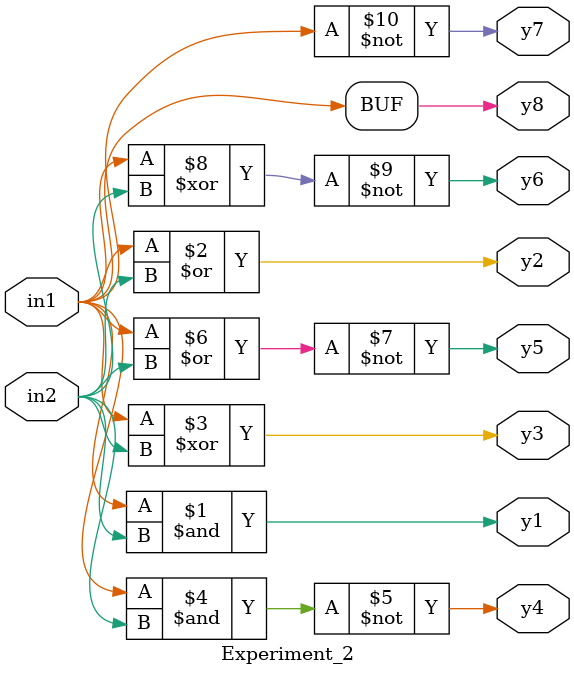
<source format=v>
`timescale 1ns / 1ps
module Experiment_2(input in1,
                    input in2,
                    output y1,y2,y3,y4,y5,y6,y7,y8);
    
assign y1= in1&in2;
assign y2= in1|in2;
assign y3= in1^in2;
assign y4= ~(in1&in2);
assign y5= ~(in1|in2);
assign y6= ~(in1^in2);
assign y7= ~in1;
assign y8= in1;

endmodule

</source>
